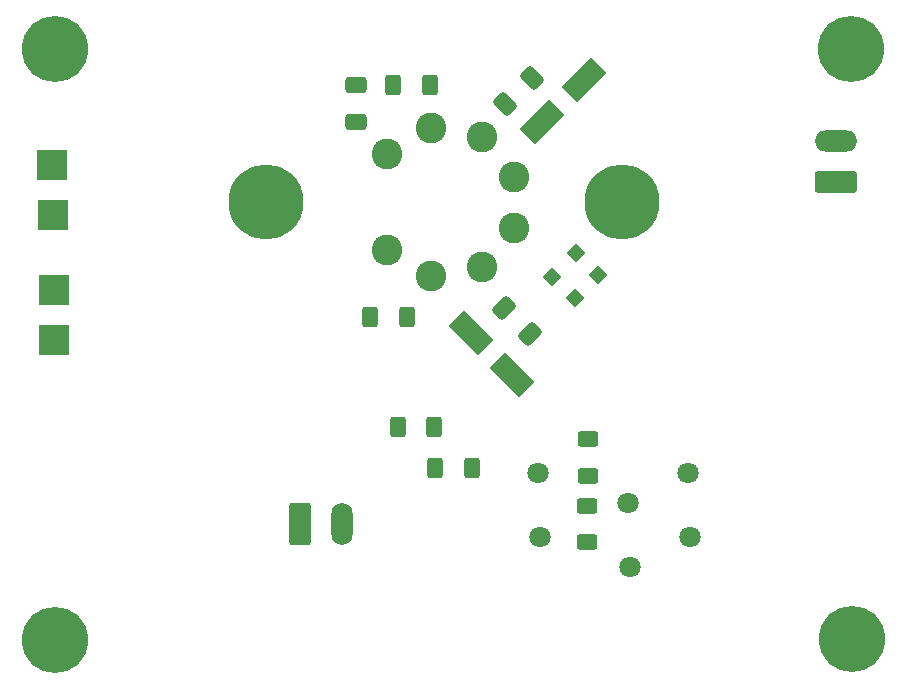
<source format=gbr>
%TF.GenerationSoftware,KiCad,Pcbnew,9.0.5*%
%TF.CreationDate,2025-11-24T16:56:37+01:00*%
%TF.ProjectId,Amplifier,416d706c-6966-4696-9572-2e6b69636164,rev?*%
%TF.SameCoordinates,Original*%
%TF.FileFunction,Soldermask,Bot*%
%TF.FilePolarity,Negative*%
%FSLAX46Y46*%
G04 Gerber Fmt 4.6, Leading zero omitted, Abs format (unit mm)*
G04 Created by KiCad (PCBNEW 9.0.5) date 2025-11-24 16:56:37*
%MOMM*%
%LPD*%
G01*
G04 APERTURE LIST*
G04 Aperture macros list*
%AMRoundRect*
0 Rectangle with rounded corners*
0 $1 Rounding radius*
0 $2 $3 $4 $5 $6 $7 $8 $9 X,Y pos of 4 corners*
0 Add a 4 corners polygon primitive as box body*
4,1,4,$2,$3,$4,$5,$6,$7,$8,$9,$2,$3,0*
0 Add four circle primitives for the rounded corners*
1,1,$1+$1,$2,$3*
1,1,$1+$1,$4,$5*
1,1,$1+$1,$6,$7*
1,1,$1+$1,$8,$9*
0 Add four rect primitives between the rounded corners*
20,1,$1+$1,$2,$3,$4,$5,0*
20,1,$1+$1,$4,$5,$6,$7,0*
20,1,$1+$1,$6,$7,$8,$9,0*
20,1,$1+$1,$8,$9,$2,$3,0*%
%AMRotRect*
0 Rectangle, with rotation*
0 The origin of the aperture is its center*
0 $1 length*
0 $2 width*
0 $3 Rotation angle, in degrees counterclockwise*
0 Add horizontal line*
21,1,$1,$2,0,0,$3*%
G04 Aperture macros list end*
%ADD10R,2.500000X2.500000*%
%ADD11RoundRect,0.250000X-0.650000X-1.550000X0.650000X-1.550000X0.650000X1.550000X-0.650000X1.550000X0*%
%ADD12O,1.800000X3.600000*%
%ADD13C,5.600000*%
%ADD14C,1.800000*%
%ADD15RoundRect,0.250000X1.550000X-0.650000X1.550000X0.650000X-1.550000X0.650000X-1.550000X-0.650000X0*%
%ADD16O,3.600000X1.800000*%
%ADD17C,2.600000*%
%ADD18C,6.350000*%
%ADD19RoundRect,0.250000X-0.625000X0.400000X-0.625000X-0.400000X0.625000X-0.400000X0.625000X0.400000X0*%
%ADD20RotRect,1.100000X1.100000X45.000000*%
%ADD21RotRect,3.500000X1.800000X225.000000*%
%ADD22RoundRect,0.250000X-0.400000X-0.625000X0.400000X-0.625000X0.400000X0.625000X-0.400000X0.625000X0*%
%ADD23RoundRect,0.250000X0.625000X-0.400000X0.625000X0.400000X-0.625000X0.400000X-0.625000X-0.400000X0*%
%ADD24RotRect,3.500000X1.800000X315.000000*%
%ADD25RoundRect,0.250000X-0.751301X-0.167938X-0.167938X-0.751301X0.751301X0.167938X0.167938X0.751301X0*%
%ADD26RotRect,1.100000X1.100000X225.000000*%
%ADD27RoundRect,0.250000X0.167938X-0.751301X0.751301X-0.167938X-0.167938X0.751301X-0.751301X0.167938X0*%
%ADD28RoundRect,0.250000X-0.650000X0.412500X-0.650000X-0.412500X0.650000X-0.412500X0.650000X0.412500X0*%
G04 APERTURE END LIST*
D10*
%TO.C,TP4*%
X135530000Y-87310000D03*
%TD*%
D11*
%TO.C,J1*%
X156430000Y-107180000D03*
D12*
X159930000Y-107180000D03*
%TD*%
D13*
%TO.C,H2*%
X203080000Y-66940000D03*
%TD*%
D14*
%TO.C,RV1*%
X176540000Y-102850000D03*
X184160000Y-105390000D03*
X189240000Y-102850000D03*
%TD*%
D15*
%TO.C,J3*%
X201792500Y-78212500D03*
D16*
X201792500Y-74712500D03*
%TD*%
D13*
%TO.C,H4*%
X135620000Y-117010000D03*
%TD*%
D10*
%TO.C,TP1*%
X135590000Y-91610000D03*
%TD*%
D13*
%TO.C,H1*%
X203110000Y-116900000D03*
%TD*%
D10*
%TO.C,TP3*%
X135450000Y-80960000D03*
%TD*%
D13*
%TO.C,H3*%
X135620000Y-66940000D03*
%TD*%
D14*
%TO.C,RV2*%
X176690000Y-108290000D03*
X184310000Y-110830000D03*
X189390000Y-108290000D03*
%TD*%
D10*
%TO.C,TP2*%
X135430000Y-76740000D03*
%TD*%
D17*
%TO.C,U1*%
X163720000Y-83990000D03*
X167480000Y-86160000D03*
X171760000Y-85410000D03*
X174550000Y-82080000D03*
X174550000Y-77740000D03*
X171760000Y-74410000D03*
X167480000Y-73660000D03*
X163720000Y-75830000D03*
D18*
X153480000Y-79910000D03*
X183680000Y-79910000D03*
%TD*%
D19*
%TO.C,R3*%
X180730000Y-105590000D03*
X180730000Y-108690000D03*
%TD*%
D20*
%TO.C,D1*%
X177760603Y-86223016D03*
X179740501Y-84243118D03*
%TD*%
D21*
%TO.C,D4*%
X180448319Y-69555300D03*
X176912785Y-73090834D03*
%TD*%
D22*
%TO.C,R6*%
X162350552Y-89593067D03*
X165450552Y-89593067D03*
%TD*%
%TO.C,R4*%
X167830000Y-102440000D03*
X170930000Y-102440000D03*
%TD*%
D23*
%TO.C,R2*%
X180760000Y-103060000D03*
X180760000Y-99960000D03*
%TD*%
D22*
%TO.C,R5*%
X164670000Y-98940000D03*
X167770000Y-98940000D03*
%TD*%
%TO.C,R1*%
X164302000Y-69978000D03*
X167402000Y-69978000D03*
%TD*%
D24*
%TO.C,D3*%
X170832785Y-90975300D03*
X174368319Y-94510834D03*
%TD*%
D25*
%TO.C,C3*%
X173680552Y-88843067D03*
X175890260Y-91052775D03*
%TD*%
D26*
%TO.C,D2*%
X181620501Y-86033118D03*
X179640603Y-88013016D03*
%TD*%
D27*
%TO.C,C4*%
X173785698Y-71577921D03*
X175995406Y-69368213D03*
%TD*%
D28*
%TO.C,C1*%
X161152000Y-70015500D03*
X161152000Y-73140500D03*
%TD*%
M02*

</source>
